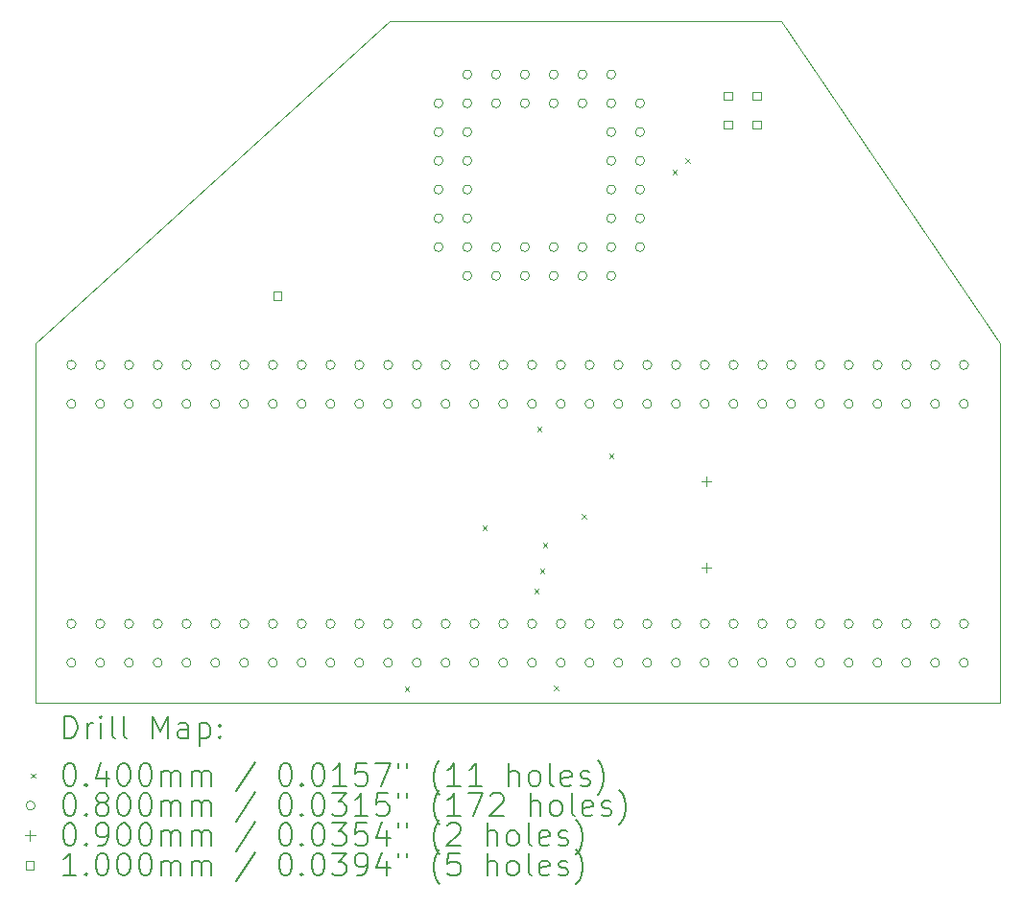
<source format=gbr>
%FSLAX45Y45*%
G04 Gerber Fmt 4.5, Leading zero omitted, Abs format (unit mm)*
G04 Created by KiCad (PCBNEW 6.0.4-6f826c9f35~116~ubuntu18.04.1) date 2022-06-01 21:12:19*
%MOMM*%
%LPD*%
G01*
G04 APERTURE LIST*
%TA.AperFunction,Profile*%
%ADD10C,0.050000*%
%TD*%
%ADD11C,0.200000*%
%ADD12C,0.040000*%
%ADD13C,0.080000*%
%ADD14C,0.090000*%
%ADD15C,0.100000*%
G04 APERTURE END LIST*
D10*
X6807200Y-11684000D02*
X9931400Y-8839200D01*
X13385800Y-8839200D02*
X15316200Y-11684000D01*
X6807200Y-14859000D02*
X6807200Y-11684000D01*
X15316200Y-14859000D02*
X6807200Y-14859000D01*
X9931400Y-8839200D02*
X13385800Y-8839200D01*
X15316200Y-11684000D02*
X15316200Y-14859000D01*
D11*
D12*
X10063800Y-14712000D02*
X10103800Y-14752000D01*
X10103800Y-14712000D02*
X10063800Y-14752000D01*
X10749600Y-13289600D02*
X10789600Y-13329600D01*
X10789600Y-13289600D02*
X10749600Y-13329600D01*
X11206800Y-13848400D02*
X11246800Y-13888400D01*
X11246800Y-13848400D02*
X11206800Y-13888400D01*
X11232200Y-12422351D02*
X11272200Y-12462351D01*
X11272200Y-12422351D02*
X11232200Y-12462351D01*
X11257600Y-13670600D02*
X11297600Y-13710600D01*
X11297600Y-13670600D02*
X11257600Y-13710600D01*
X11283000Y-13442000D02*
X11323000Y-13482000D01*
X11323000Y-13442000D02*
X11283000Y-13482000D01*
X11384170Y-14708302D02*
X11424170Y-14748302D01*
X11424170Y-14708302D02*
X11384170Y-14748302D01*
X11625900Y-13188000D02*
X11665900Y-13228000D01*
X11665900Y-13188000D02*
X11625900Y-13228000D01*
X11867200Y-12654600D02*
X11907200Y-12694600D01*
X11907200Y-12654600D02*
X11867200Y-12694600D01*
X12426000Y-10152700D02*
X12466000Y-10192700D01*
X12466000Y-10152700D02*
X12426000Y-10192700D01*
X12540300Y-10051100D02*
X12580300Y-10091100D01*
X12580300Y-10051100D02*
X12540300Y-10091100D01*
D13*
X7164700Y-11874500D02*
G75*
G03*
X7164700Y-11874500I-40000J0D01*
G01*
X7164700Y-12217400D02*
G75*
G03*
X7164700Y-12217400I-40000J0D01*
G01*
X7164700Y-14160500D02*
G75*
G03*
X7164700Y-14160500I-40000J0D01*
G01*
X7164700Y-14503400D02*
G75*
G03*
X7164700Y-14503400I-40000J0D01*
G01*
X7418700Y-11874500D02*
G75*
G03*
X7418700Y-11874500I-40000J0D01*
G01*
X7418700Y-12217400D02*
G75*
G03*
X7418700Y-12217400I-40000J0D01*
G01*
X7418700Y-14160500D02*
G75*
G03*
X7418700Y-14160500I-40000J0D01*
G01*
X7418700Y-14503400D02*
G75*
G03*
X7418700Y-14503400I-40000J0D01*
G01*
X7672700Y-11874500D02*
G75*
G03*
X7672700Y-11874500I-40000J0D01*
G01*
X7672700Y-12217400D02*
G75*
G03*
X7672700Y-12217400I-40000J0D01*
G01*
X7672700Y-14160500D02*
G75*
G03*
X7672700Y-14160500I-40000J0D01*
G01*
X7672700Y-14503400D02*
G75*
G03*
X7672700Y-14503400I-40000J0D01*
G01*
X7926700Y-11874500D02*
G75*
G03*
X7926700Y-11874500I-40000J0D01*
G01*
X7926700Y-12217400D02*
G75*
G03*
X7926700Y-12217400I-40000J0D01*
G01*
X7926700Y-14160500D02*
G75*
G03*
X7926700Y-14160500I-40000J0D01*
G01*
X7926700Y-14503400D02*
G75*
G03*
X7926700Y-14503400I-40000J0D01*
G01*
X8180700Y-11874500D02*
G75*
G03*
X8180700Y-11874500I-40000J0D01*
G01*
X8180700Y-12217400D02*
G75*
G03*
X8180700Y-12217400I-40000J0D01*
G01*
X8180700Y-14160500D02*
G75*
G03*
X8180700Y-14160500I-40000J0D01*
G01*
X8180700Y-14503400D02*
G75*
G03*
X8180700Y-14503400I-40000J0D01*
G01*
X8434700Y-11874500D02*
G75*
G03*
X8434700Y-11874500I-40000J0D01*
G01*
X8434700Y-12217400D02*
G75*
G03*
X8434700Y-12217400I-40000J0D01*
G01*
X8434700Y-14160500D02*
G75*
G03*
X8434700Y-14160500I-40000J0D01*
G01*
X8434700Y-14503400D02*
G75*
G03*
X8434700Y-14503400I-40000J0D01*
G01*
X8688700Y-11874500D02*
G75*
G03*
X8688700Y-11874500I-40000J0D01*
G01*
X8688700Y-12217400D02*
G75*
G03*
X8688700Y-12217400I-40000J0D01*
G01*
X8688700Y-14160500D02*
G75*
G03*
X8688700Y-14160500I-40000J0D01*
G01*
X8688700Y-14503400D02*
G75*
G03*
X8688700Y-14503400I-40000J0D01*
G01*
X8942700Y-11874500D02*
G75*
G03*
X8942700Y-11874500I-40000J0D01*
G01*
X8942700Y-12217400D02*
G75*
G03*
X8942700Y-12217400I-40000J0D01*
G01*
X8942700Y-14160500D02*
G75*
G03*
X8942700Y-14160500I-40000J0D01*
G01*
X8942700Y-14503400D02*
G75*
G03*
X8942700Y-14503400I-40000J0D01*
G01*
X9196700Y-11874500D02*
G75*
G03*
X9196700Y-11874500I-40000J0D01*
G01*
X9196700Y-12217400D02*
G75*
G03*
X9196700Y-12217400I-40000J0D01*
G01*
X9196700Y-14160500D02*
G75*
G03*
X9196700Y-14160500I-40000J0D01*
G01*
X9196700Y-14503400D02*
G75*
G03*
X9196700Y-14503400I-40000J0D01*
G01*
X9450700Y-11874500D02*
G75*
G03*
X9450700Y-11874500I-40000J0D01*
G01*
X9450700Y-12217400D02*
G75*
G03*
X9450700Y-12217400I-40000J0D01*
G01*
X9450700Y-14160500D02*
G75*
G03*
X9450700Y-14160500I-40000J0D01*
G01*
X9450700Y-14503400D02*
G75*
G03*
X9450700Y-14503400I-40000J0D01*
G01*
X9704700Y-11874500D02*
G75*
G03*
X9704700Y-11874500I-40000J0D01*
G01*
X9704700Y-12217400D02*
G75*
G03*
X9704700Y-12217400I-40000J0D01*
G01*
X9704700Y-14160500D02*
G75*
G03*
X9704700Y-14160500I-40000J0D01*
G01*
X9704700Y-14503400D02*
G75*
G03*
X9704700Y-14503400I-40000J0D01*
G01*
X9958700Y-11874500D02*
G75*
G03*
X9958700Y-11874500I-40000J0D01*
G01*
X9958700Y-12217400D02*
G75*
G03*
X9958700Y-12217400I-40000J0D01*
G01*
X9958700Y-14160500D02*
G75*
G03*
X9958700Y-14160500I-40000J0D01*
G01*
X9958700Y-14503400D02*
G75*
G03*
X9958700Y-14503400I-40000J0D01*
G01*
X10212700Y-11874500D02*
G75*
G03*
X10212700Y-11874500I-40000J0D01*
G01*
X10212700Y-12217400D02*
G75*
G03*
X10212700Y-12217400I-40000J0D01*
G01*
X10212700Y-14160500D02*
G75*
G03*
X10212700Y-14160500I-40000J0D01*
G01*
X10212700Y-14503400D02*
G75*
G03*
X10212700Y-14503400I-40000J0D01*
G01*
X10403200Y-9563100D02*
G75*
G03*
X10403200Y-9563100I-40000J0D01*
G01*
X10403200Y-9817100D02*
G75*
G03*
X10403200Y-9817100I-40000J0D01*
G01*
X10403200Y-10071100D02*
G75*
G03*
X10403200Y-10071100I-40000J0D01*
G01*
X10403200Y-10325100D02*
G75*
G03*
X10403200Y-10325100I-40000J0D01*
G01*
X10403200Y-10579100D02*
G75*
G03*
X10403200Y-10579100I-40000J0D01*
G01*
X10403200Y-10833100D02*
G75*
G03*
X10403200Y-10833100I-40000J0D01*
G01*
X10466700Y-11874500D02*
G75*
G03*
X10466700Y-11874500I-40000J0D01*
G01*
X10466700Y-12217400D02*
G75*
G03*
X10466700Y-12217400I-40000J0D01*
G01*
X10466700Y-14160500D02*
G75*
G03*
X10466700Y-14160500I-40000J0D01*
G01*
X10466700Y-14503400D02*
G75*
G03*
X10466700Y-14503400I-40000J0D01*
G01*
X10657200Y-9309100D02*
G75*
G03*
X10657200Y-9309100I-40000J0D01*
G01*
X10657200Y-9563100D02*
G75*
G03*
X10657200Y-9563100I-40000J0D01*
G01*
X10657200Y-9817100D02*
G75*
G03*
X10657200Y-9817100I-40000J0D01*
G01*
X10657200Y-10071100D02*
G75*
G03*
X10657200Y-10071100I-40000J0D01*
G01*
X10657200Y-10325100D02*
G75*
G03*
X10657200Y-10325100I-40000J0D01*
G01*
X10657200Y-10579100D02*
G75*
G03*
X10657200Y-10579100I-40000J0D01*
G01*
X10657200Y-10833100D02*
G75*
G03*
X10657200Y-10833100I-40000J0D01*
G01*
X10657200Y-11087100D02*
G75*
G03*
X10657200Y-11087100I-40000J0D01*
G01*
X10720700Y-11874500D02*
G75*
G03*
X10720700Y-11874500I-40000J0D01*
G01*
X10720700Y-12217400D02*
G75*
G03*
X10720700Y-12217400I-40000J0D01*
G01*
X10720700Y-14160500D02*
G75*
G03*
X10720700Y-14160500I-40000J0D01*
G01*
X10720700Y-14503400D02*
G75*
G03*
X10720700Y-14503400I-40000J0D01*
G01*
X10911200Y-9309100D02*
G75*
G03*
X10911200Y-9309100I-40000J0D01*
G01*
X10911200Y-9563100D02*
G75*
G03*
X10911200Y-9563100I-40000J0D01*
G01*
X10911200Y-10833100D02*
G75*
G03*
X10911200Y-10833100I-40000J0D01*
G01*
X10911200Y-11087100D02*
G75*
G03*
X10911200Y-11087100I-40000J0D01*
G01*
X10974700Y-11874500D02*
G75*
G03*
X10974700Y-11874500I-40000J0D01*
G01*
X10974700Y-12217400D02*
G75*
G03*
X10974700Y-12217400I-40000J0D01*
G01*
X10974700Y-14160500D02*
G75*
G03*
X10974700Y-14160500I-40000J0D01*
G01*
X10974700Y-14503400D02*
G75*
G03*
X10974700Y-14503400I-40000J0D01*
G01*
X11165200Y-9309100D02*
G75*
G03*
X11165200Y-9309100I-40000J0D01*
G01*
X11165200Y-9563100D02*
G75*
G03*
X11165200Y-9563100I-40000J0D01*
G01*
X11165200Y-10833100D02*
G75*
G03*
X11165200Y-10833100I-40000J0D01*
G01*
X11165200Y-11087100D02*
G75*
G03*
X11165200Y-11087100I-40000J0D01*
G01*
X11228700Y-11874500D02*
G75*
G03*
X11228700Y-11874500I-40000J0D01*
G01*
X11228700Y-12217400D02*
G75*
G03*
X11228700Y-12217400I-40000J0D01*
G01*
X11228700Y-14160500D02*
G75*
G03*
X11228700Y-14160500I-40000J0D01*
G01*
X11228700Y-14503400D02*
G75*
G03*
X11228700Y-14503400I-40000J0D01*
G01*
X11419200Y-9309100D02*
G75*
G03*
X11419200Y-9309100I-40000J0D01*
G01*
X11419200Y-9563100D02*
G75*
G03*
X11419200Y-9563100I-40000J0D01*
G01*
X11419200Y-10833100D02*
G75*
G03*
X11419200Y-10833100I-40000J0D01*
G01*
X11419200Y-11087100D02*
G75*
G03*
X11419200Y-11087100I-40000J0D01*
G01*
X11482700Y-11874500D02*
G75*
G03*
X11482700Y-11874500I-40000J0D01*
G01*
X11482700Y-12217400D02*
G75*
G03*
X11482700Y-12217400I-40000J0D01*
G01*
X11482700Y-14160500D02*
G75*
G03*
X11482700Y-14160500I-40000J0D01*
G01*
X11482700Y-14503400D02*
G75*
G03*
X11482700Y-14503400I-40000J0D01*
G01*
X11673200Y-9309100D02*
G75*
G03*
X11673200Y-9309100I-40000J0D01*
G01*
X11673200Y-9563100D02*
G75*
G03*
X11673200Y-9563100I-40000J0D01*
G01*
X11673200Y-10833100D02*
G75*
G03*
X11673200Y-10833100I-40000J0D01*
G01*
X11673200Y-11087100D02*
G75*
G03*
X11673200Y-11087100I-40000J0D01*
G01*
X11736700Y-11874500D02*
G75*
G03*
X11736700Y-11874500I-40000J0D01*
G01*
X11736700Y-12217400D02*
G75*
G03*
X11736700Y-12217400I-40000J0D01*
G01*
X11736700Y-14160500D02*
G75*
G03*
X11736700Y-14160500I-40000J0D01*
G01*
X11736700Y-14503400D02*
G75*
G03*
X11736700Y-14503400I-40000J0D01*
G01*
X11927200Y-9309100D02*
G75*
G03*
X11927200Y-9309100I-40000J0D01*
G01*
X11927200Y-9563100D02*
G75*
G03*
X11927200Y-9563100I-40000J0D01*
G01*
X11927200Y-9817100D02*
G75*
G03*
X11927200Y-9817100I-40000J0D01*
G01*
X11927200Y-10071100D02*
G75*
G03*
X11927200Y-10071100I-40000J0D01*
G01*
X11927200Y-10325100D02*
G75*
G03*
X11927200Y-10325100I-40000J0D01*
G01*
X11927200Y-10579100D02*
G75*
G03*
X11927200Y-10579100I-40000J0D01*
G01*
X11927200Y-10833100D02*
G75*
G03*
X11927200Y-10833100I-40000J0D01*
G01*
X11927200Y-11087100D02*
G75*
G03*
X11927200Y-11087100I-40000J0D01*
G01*
X11990700Y-11874500D02*
G75*
G03*
X11990700Y-11874500I-40000J0D01*
G01*
X11990700Y-12217400D02*
G75*
G03*
X11990700Y-12217400I-40000J0D01*
G01*
X11990700Y-14160500D02*
G75*
G03*
X11990700Y-14160500I-40000J0D01*
G01*
X11990700Y-14503400D02*
G75*
G03*
X11990700Y-14503400I-40000J0D01*
G01*
X12181200Y-9563100D02*
G75*
G03*
X12181200Y-9563100I-40000J0D01*
G01*
X12181200Y-9817100D02*
G75*
G03*
X12181200Y-9817100I-40000J0D01*
G01*
X12181200Y-10071100D02*
G75*
G03*
X12181200Y-10071100I-40000J0D01*
G01*
X12181200Y-10325100D02*
G75*
G03*
X12181200Y-10325100I-40000J0D01*
G01*
X12181200Y-10579100D02*
G75*
G03*
X12181200Y-10579100I-40000J0D01*
G01*
X12181200Y-10833100D02*
G75*
G03*
X12181200Y-10833100I-40000J0D01*
G01*
X12244700Y-11874500D02*
G75*
G03*
X12244700Y-11874500I-40000J0D01*
G01*
X12244700Y-12217400D02*
G75*
G03*
X12244700Y-12217400I-40000J0D01*
G01*
X12244700Y-14160500D02*
G75*
G03*
X12244700Y-14160500I-40000J0D01*
G01*
X12244700Y-14503400D02*
G75*
G03*
X12244700Y-14503400I-40000J0D01*
G01*
X12498700Y-11874500D02*
G75*
G03*
X12498700Y-11874500I-40000J0D01*
G01*
X12498700Y-12217400D02*
G75*
G03*
X12498700Y-12217400I-40000J0D01*
G01*
X12498700Y-14160500D02*
G75*
G03*
X12498700Y-14160500I-40000J0D01*
G01*
X12498700Y-14503400D02*
G75*
G03*
X12498700Y-14503400I-40000J0D01*
G01*
X12752700Y-11874500D02*
G75*
G03*
X12752700Y-11874500I-40000J0D01*
G01*
X12752700Y-12217400D02*
G75*
G03*
X12752700Y-12217400I-40000J0D01*
G01*
X12752700Y-14160500D02*
G75*
G03*
X12752700Y-14160500I-40000J0D01*
G01*
X12752700Y-14503400D02*
G75*
G03*
X12752700Y-14503400I-40000J0D01*
G01*
X13006700Y-11874500D02*
G75*
G03*
X13006700Y-11874500I-40000J0D01*
G01*
X13006700Y-12217400D02*
G75*
G03*
X13006700Y-12217400I-40000J0D01*
G01*
X13006700Y-14160500D02*
G75*
G03*
X13006700Y-14160500I-40000J0D01*
G01*
X13006700Y-14503400D02*
G75*
G03*
X13006700Y-14503400I-40000J0D01*
G01*
X13260700Y-11874500D02*
G75*
G03*
X13260700Y-11874500I-40000J0D01*
G01*
X13260700Y-12217400D02*
G75*
G03*
X13260700Y-12217400I-40000J0D01*
G01*
X13260700Y-14160500D02*
G75*
G03*
X13260700Y-14160500I-40000J0D01*
G01*
X13260700Y-14503400D02*
G75*
G03*
X13260700Y-14503400I-40000J0D01*
G01*
X13514700Y-11874500D02*
G75*
G03*
X13514700Y-11874500I-40000J0D01*
G01*
X13514700Y-12217400D02*
G75*
G03*
X13514700Y-12217400I-40000J0D01*
G01*
X13514700Y-14160500D02*
G75*
G03*
X13514700Y-14160500I-40000J0D01*
G01*
X13514700Y-14503400D02*
G75*
G03*
X13514700Y-14503400I-40000J0D01*
G01*
X13768700Y-11874500D02*
G75*
G03*
X13768700Y-11874500I-40000J0D01*
G01*
X13768700Y-12217400D02*
G75*
G03*
X13768700Y-12217400I-40000J0D01*
G01*
X13768700Y-14160500D02*
G75*
G03*
X13768700Y-14160500I-40000J0D01*
G01*
X13768700Y-14503400D02*
G75*
G03*
X13768700Y-14503400I-40000J0D01*
G01*
X14022700Y-11874500D02*
G75*
G03*
X14022700Y-11874500I-40000J0D01*
G01*
X14022700Y-12217400D02*
G75*
G03*
X14022700Y-12217400I-40000J0D01*
G01*
X14022700Y-14160500D02*
G75*
G03*
X14022700Y-14160500I-40000J0D01*
G01*
X14022700Y-14503400D02*
G75*
G03*
X14022700Y-14503400I-40000J0D01*
G01*
X14276700Y-11874500D02*
G75*
G03*
X14276700Y-11874500I-40000J0D01*
G01*
X14276700Y-12217400D02*
G75*
G03*
X14276700Y-12217400I-40000J0D01*
G01*
X14276700Y-14160500D02*
G75*
G03*
X14276700Y-14160500I-40000J0D01*
G01*
X14276700Y-14503400D02*
G75*
G03*
X14276700Y-14503400I-40000J0D01*
G01*
X14530700Y-11874500D02*
G75*
G03*
X14530700Y-11874500I-40000J0D01*
G01*
X14530700Y-12217400D02*
G75*
G03*
X14530700Y-12217400I-40000J0D01*
G01*
X14530700Y-14160500D02*
G75*
G03*
X14530700Y-14160500I-40000J0D01*
G01*
X14530700Y-14503400D02*
G75*
G03*
X14530700Y-14503400I-40000J0D01*
G01*
X14784700Y-11874500D02*
G75*
G03*
X14784700Y-11874500I-40000J0D01*
G01*
X14784700Y-12217400D02*
G75*
G03*
X14784700Y-12217400I-40000J0D01*
G01*
X14784700Y-14160500D02*
G75*
G03*
X14784700Y-14160500I-40000J0D01*
G01*
X14784700Y-14503400D02*
G75*
G03*
X14784700Y-14503400I-40000J0D01*
G01*
X15038700Y-11874500D02*
G75*
G03*
X15038700Y-11874500I-40000J0D01*
G01*
X15038700Y-12217400D02*
G75*
G03*
X15038700Y-12217400I-40000J0D01*
G01*
X15038700Y-14160500D02*
G75*
G03*
X15038700Y-14160500I-40000J0D01*
G01*
X15038700Y-14503400D02*
G75*
G03*
X15038700Y-14503400I-40000J0D01*
G01*
D14*
X12725400Y-12858200D02*
X12725400Y-12948200D01*
X12680400Y-12903200D02*
X12770400Y-12903200D01*
X12725400Y-13620200D02*
X12725400Y-13710200D01*
X12680400Y-13665200D02*
X12770400Y-13665200D01*
D15*
X8976156Y-11300256D02*
X8976156Y-11229544D01*
X8905444Y-11229544D01*
X8905444Y-11300256D01*
X8976156Y-11300256D01*
X12951256Y-9534956D02*
X12951256Y-9464244D01*
X12880544Y-9464244D01*
X12880544Y-9534956D01*
X12951256Y-9534956D01*
X12951256Y-9788956D02*
X12951256Y-9718244D01*
X12880544Y-9718244D01*
X12880544Y-9788956D01*
X12951256Y-9788956D01*
X13205256Y-9534956D02*
X13205256Y-9464244D01*
X13134544Y-9464244D01*
X13134544Y-9534956D01*
X13205256Y-9534956D01*
X13205256Y-9788956D02*
X13205256Y-9718244D01*
X13134544Y-9718244D01*
X13134544Y-9788956D01*
X13205256Y-9788956D01*
D11*
X7062319Y-15171976D02*
X7062319Y-14971976D01*
X7109938Y-14971976D01*
X7138509Y-14981500D01*
X7157557Y-15000548D01*
X7167081Y-15019595D01*
X7176605Y-15057690D01*
X7176605Y-15086262D01*
X7167081Y-15124357D01*
X7157557Y-15143405D01*
X7138509Y-15162452D01*
X7109938Y-15171976D01*
X7062319Y-15171976D01*
X7262319Y-15171976D02*
X7262319Y-15038643D01*
X7262319Y-15076738D02*
X7271843Y-15057690D01*
X7281367Y-15048167D01*
X7300414Y-15038643D01*
X7319462Y-15038643D01*
X7386128Y-15171976D02*
X7386128Y-15038643D01*
X7386128Y-14971976D02*
X7376605Y-14981500D01*
X7386128Y-14991024D01*
X7395652Y-14981500D01*
X7386128Y-14971976D01*
X7386128Y-14991024D01*
X7509938Y-15171976D02*
X7490890Y-15162452D01*
X7481367Y-15143405D01*
X7481367Y-14971976D01*
X7614700Y-15171976D02*
X7595652Y-15162452D01*
X7586128Y-15143405D01*
X7586128Y-14971976D01*
X7843271Y-15171976D02*
X7843271Y-14971976D01*
X7909938Y-15114833D01*
X7976605Y-14971976D01*
X7976605Y-15171976D01*
X8157557Y-15171976D02*
X8157557Y-15067214D01*
X8148033Y-15048167D01*
X8128986Y-15038643D01*
X8090890Y-15038643D01*
X8071843Y-15048167D01*
X8157557Y-15162452D02*
X8138509Y-15171976D01*
X8090890Y-15171976D01*
X8071843Y-15162452D01*
X8062319Y-15143405D01*
X8062319Y-15124357D01*
X8071843Y-15105309D01*
X8090890Y-15095786D01*
X8138509Y-15095786D01*
X8157557Y-15086262D01*
X8252795Y-15038643D02*
X8252795Y-15238643D01*
X8252795Y-15048167D02*
X8271843Y-15038643D01*
X8309938Y-15038643D01*
X8328986Y-15048167D01*
X8338509Y-15057690D01*
X8348033Y-15076738D01*
X8348033Y-15133881D01*
X8338509Y-15152928D01*
X8328986Y-15162452D01*
X8309938Y-15171976D01*
X8271843Y-15171976D01*
X8252795Y-15162452D01*
X8433748Y-15152928D02*
X8443271Y-15162452D01*
X8433748Y-15171976D01*
X8424224Y-15162452D01*
X8433748Y-15152928D01*
X8433748Y-15171976D01*
X8433748Y-15048167D02*
X8443271Y-15057690D01*
X8433748Y-15067214D01*
X8424224Y-15057690D01*
X8433748Y-15048167D01*
X8433748Y-15067214D01*
D12*
X6764700Y-15481500D02*
X6804700Y-15521500D01*
X6804700Y-15481500D02*
X6764700Y-15521500D01*
D11*
X7100414Y-15391976D02*
X7119462Y-15391976D01*
X7138509Y-15401500D01*
X7148033Y-15411024D01*
X7157557Y-15430071D01*
X7167081Y-15468167D01*
X7167081Y-15515786D01*
X7157557Y-15553881D01*
X7148033Y-15572928D01*
X7138509Y-15582452D01*
X7119462Y-15591976D01*
X7100414Y-15591976D01*
X7081367Y-15582452D01*
X7071843Y-15572928D01*
X7062319Y-15553881D01*
X7052795Y-15515786D01*
X7052795Y-15468167D01*
X7062319Y-15430071D01*
X7071843Y-15411024D01*
X7081367Y-15401500D01*
X7100414Y-15391976D01*
X7252795Y-15572928D02*
X7262319Y-15582452D01*
X7252795Y-15591976D01*
X7243271Y-15582452D01*
X7252795Y-15572928D01*
X7252795Y-15591976D01*
X7433748Y-15458643D02*
X7433748Y-15591976D01*
X7386128Y-15382452D02*
X7338509Y-15525309D01*
X7462319Y-15525309D01*
X7576605Y-15391976D02*
X7595652Y-15391976D01*
X7614700Y-15401500D01*
X7624224Y-15411024D01*
X7633748Y-15430071D01*
X7643271Y-15468167D01*
X7643271Y-15515786D01*
X7633748Y-15553881D01*
X7624224Y-15572928D01*
X7614700Y-15582452D01*
X7595652Y-15591976D01*
X7576605Y-15591976D01*
X7557557Y-15582452D01*
X7548033Y-15572928D01*
X7538509Y-15553881D01*
X7528986Y-15515786D01*
X7528986Y-15468167D01*
X7538509Y-15430071D01*
X7548033Y-15411024D01*
X7557557Y-15401500D01*
X7576605Y-15391976D01*
X7767081Y-15391976D02*
X7786128Y-15391976D01*
X7805176Y-15401500D01*
X7814700Y-15411024D01*
X7824224Y-15430071D01*
X7833748Y-15468167D01*
X7833748Y-15515786D01*
X7824224Y-15553881D01*
X7814700Y-15572928D01*
X7805176Y-15582452D01*
X7786128Y-15591976D01*
X7767081Y-15591976D01*
X7748033Y-15582452D01*
X7738509Y-15572928D01*
X7728986Y-15553881D01*
X7719462Y-15515786D01*
X7719462Y-15468167D01*
X7728986Y-15430071D01*
X7738509Y-15411024D01*
X7748033Y-15401500D01*
X7767081Y-15391976D01*
X7919462Y-15591976D02*
X7919462Y-15458643D01*
X7919462Y-15477690D02*
X7928986Y-15468167D01*
X7948033Y-15458643D01*
X7976605Y-15458643D01*
X7995652Y-15468167D01*
X8005176Y-15487214D01*
X8005176Y-15591976D01*
X8005176Y-15487214D02*
X8014700Y-15468167D01*
X8033748Y-15458643D01*
X8062319Y-15458643D01*
X8081367Y-15468167D01*
X8090890Y-15487214D01*
X8090890Y-15591976D01*
X8186128Y-15591976D02*
X8186128Y-15458643D01*
X8186128Y-15477690D02*
X8195652Y-15468167D01*
X8214700Y-15458643D01*
X8243271Y-15458643D01*
X8262319Y-15468167D01*
X8271843Y-15487214D01*
X8271843Y-15591976D01*
X8271843Y-15487214D02*
X8281367Y-15468167D01*
X8300414Y-15458643D01*
X8328986Y-15458643D01*
X8348033Y-15468167D01*
X8357557Y-15487214D01*
X8357557Y-15591976D01*
X8748033Y-15382452D02*
X8576605Y-15639595D01*
X9005176Y-15391976D02*
X9024224Y-15391976D01*
X9043271Y-15401500D01*
X9052795Y-15411024D01*
X9062319Y-15430071D01*
X9071843Y-15468167D01*
X9071843Y-15515786D01*
X9062319Y-15553881D01*
X9052795Y-15572928D01*
X9043271Y-15582452D01*
X9024224Y-15591976D01*
X9005176Y-15591976D01*
X8986129Y-15582452D01*
X8976605Y-15572928D01*
X8967081Y-15553881D01*
X8957557Y-15515786D01*
X8957557Y-15468167D01*
X8967081Y-15430071D01*
X8976605Y-15411024D01*
X8986129Y-15401500D01*
X9005176Y-15391976D01*
X9157557Y-15572928D02*
X9167081Y-15582452D01*
X9157557Y-15591976D01*
X9148033Y-15582452D01*
X9157557Y-15572928D01*
X9157557Y-15591976D01*
X9290890Y-15391976D02*
X9309938Y-15391976D01*
X9328986Y-15401500D01*
X9338510Y-15411024D01*
X9348033Y-15430071D01*
X9357557Y-15468167D01*
X9357557Y-15515786D01*
X9348033Y-15553881D01*
X9338510Y-15572928D01*
X9328986Y-15582452D01*
X9309938Y-15591976D01*
X9290890Y-15591976D01*
X9271843Y-15582452D01*
X9262319Y-15572928D01*
X9252795Y-15553881D01*
X9243271Y-15515786D01*
X9243271Y-15468167D01*
X9252795Y-15430071D01*
X9262319Y-15411024D01*
X9271843Y-15401500D01*
X9290890Y-15391976D01*
X9548033Y-15591976D02*
X9433748Y-15591976D01*
X9490890Y-15591976D02*
X9490890Y-15391976D01*
X9471843Y-15420548D01*
X9452795Y-15439595D01*
X9433748Y-15449119D01*
X9728986Y-15391976D02*
X9633748Y-15391976D01*
X9624224Y-15487214D01*
X9633748Y-15477690D01*
X9652795Y-15468167D01*
X9700414Y-15468167D01*
X9719462Y-15477690D01*
X9728986Y-15487214D01*
X9738510Y-15506262D01*
X9738510Y-15553881D01*
X9728986Y-15572928D01*
X9719462Y-15582452D01*
X9700414Y-15591976D01*
X9652795Y-15591976D01*
X9633748Y-15582452D01*
X9624224Y-15572928D01*
X9805176Y-15391976D02*
X9938510Y-15391976D01*
X9852795Y-15591976D01*
X10005176Y-15391976D02*
X10005176Y-15430071D01*
X10081367Y-15391976D02*
X10081367Y-15430071D01*
X10376605Y-15668167D02*
X10367081Y-15658643D01*
X10348033Y-15630071D01*
X10338510Y-15611024D01*
X10328986Y-15582452D01*
X10319462Y-15534833D01*
X10319462Y-15496738D01*
X10328986Y-15449119D01*
X10338510Y-15420548D01*
X10348033Y-15401500D01*
X10367081Y-15372928D01*
X10376605Y-15363405D01*
X10557557Y-15591976D02*
X10443271Y-15591976D01*
X10500414Y-15591976D02*
X10500414Y-15391976D01*
X10481367Y-15420548D01*
X10462319Y-15439595D01*
X10443271Y-15449119D01*
X10748033Y-15591976D02*
X10633748Y-15591976D01*
X10690890Y-15591976D02*
X10690890Y-15391976D01*
X10671843Y-15420548D01*
X10652795Y-15439595D01*
X10633748Y-15449119D01*
X10986129Y-15591976D02*
X10986129Y-15391976D01*
X11071843Y-15591976D02*
X11071843Y-15487214D01*
X11062319Y-15468167D01*
X11043271Y-15458643D01*
X11014700Y-15458643D01*
X10995652Y-15468167D01*
X10986129Y-15477690D01*
X11195652Y-15591976D02*
X11176605Y-15582452D01*
X11167081Y-15572928D01*
X11157557Y-15553881D01*
X11157557Y-15496738D01*
X11167081Y-15477690D01*
X11176605Y-15468167D01*
X11195652Y-15458643D01*
X11224224Y-15458643D01*
X11243271Y-15468167D01*
X11252795Y-15477690D01*
X11262319Y-15496738D01*
X11262319Y-15553881D01*
X11252795Y-15572928D01*
X11243271Y-15582452D01*
X11224224Y-15591976D01*
X11195652Y-15591976D01*
X11376605Y-15591976D02*
X11357557Y-15582452D01*
X11348033Y-15563405D01*
X11348033Y-15391976D01*
X11528986Y-15582452D02*
X11509938Y-15591976D01*
X11471843Y-15591976D01*
X11452795Y-15582452D01*
X11443271Y-15563405D01*
X11443271Y-15487214D01*
X11452795Y-15468167D01*
X11471843Y-15458643D01*
X11509938Y-15458643D01*
X11528986Y-15468167D01*
X11538509Y-15487214D01*
X11538509Y-15506262D01*
X11443271Y-15525309D01*
X11614700Y-15582452D02*
X11633748Y-15591976D01*
X11671843Y-15591976D01*
X11690890Y-15582452D01*
X11700414Y-15563405D01*
X11700414Y-15553881D01*
X11690890Y-15534833D01*
X11671843Y-15525309D01*
X11643271Y-15525309D01*
X11624224Y-15515786D01*
X11614700Y-15496738D01*
X11614700Y-15487214D01*
X11624224Y-15468167D01*
X11643271Y-15458643D01*
X11671843Y-15458643D01*
X11690890Y-15468167D01*
X11767081Y-15668167D02*
X11776605Y-15658643D01*
X11795652Y-15630071D01*
X11805176Y-15611024D01*
X11814700Y-15582452D01*
X11824224Y-15534833D01*
X11824224Y-15496738D01*
X11814700Y-15449119D01*
X11805176Y-15420548D01*
X11795652Y-15401500D01*
X11776605Y-15372928D01*
X11767081Y-15363405D01*
D13*
X6804700Y-15765500D02*
G75*
G03*
X6804700Y-15765500I-40000J0D01*
G01*
D11*
X7100414Y-15655976D02*
X7119462Y-15655976D01*
X7138509Y-15665500D01*
X7148033Y-15675024D01*
X7157557Y-15694071D01*
X7167081Y-15732167D01*
X7167081Y-15779786D01*
X7157557Y-15817881D01*
X7148033Y-15836928D01*
X7138509Y-15846452D01*
X7119462Y-15855976D01*
X7100414Y-15855976D01*
X7081367Y-15846452D01*
X7071843Y-15836928D01*
X7062319Y-15817881D01*
X7052795Y-15779786D01*
X7052795Y-15732167D01*
X7062319Y-15694071D01*
X7071843Y-15675024D01*
X7081367Y-15665500D01*
X7100414Y-15655976D01*
X7252795Y-15836928D02*
X7262319Y-15846452D01*
X7252795Y-15855976D01*
X7243271Y-15846452D01*
X7252795Y-15836928D01*
X7252795Y-15855976D01*
X7376605Y-15741690D02*
X7357557Y-15732167D01*
X7348033Y-15722643D01*
X7338509Y-15703595D01*
X7338509Y-15694071D01*
X7348033Y-15675024D01*
X7357557Y-15665500D01*
X7376605Y-15655976D01*
X7414700Y-15655976D01*
X7433748Y-15665500D01*
X7443271Y-15675024D01*
X7452795Y-15694071D01*
X7452795Y-15703595D01*
X7443271Y-15722643D01*
X7433748Y-15732167D01*
X7414700Y-15741690D01*
X7376605Y-15741690D01*
X7357557Y-15751214D01*
X7348033Y-15760738D01*
X7338509Y-15779786D01*
X7338509Y-15817881D01*
X7348033Y-15836928D01*
X7357557Y-15846452D01*
X7376605Y-15855976D01*
X7414700Y-15855976D01*
X7433748Y-15846452D01*
X7443271Y-15836928D01*
X7452795Y-15817881D01*
X7452795Y-15779786D01*
X7443271Y-15760738D01*
X7433748Y-15751214D01*
X7414700Y-15741690D01*
X7576605Y-15655976D02*
X7595652Y-15655976D01*
X7614700Y-15665500D01*
X7624224Y-15675024D01*
X7633748Y-15694071D01*
X7643271Y-15732167D01*
X7643271Y-15779786D01*
X7633748Y-15817881D01*
X7624224Y-15836928D01*
X7614700Y-15846452D01*
X7595652Y-15855976D01*
X7576605Y-15855976D01*
X7557557Y-15846452D01*
X7548033Y-15836928D01*
X7538509Y-15817881D01*
X7528986Y-15779786D01*
X7528986Y-15732167D01*
X7538509Y-15694071D01*
X7548033Y-15675024D01*
X7557557Y-15665500D01*
X7576605Y-15655976D01*
X7767081Y-15655976D02*
X7786128Y-15655976D01*
X7805176Y-15665500D01*
X7814700Y-15675024D01*
X7824224Y-15694071D01*
X7833748Y-15732167D01*
X7833748Y-15779786D01*
X7824224Y-15817881D01*
X7814700Y-15836928D01*
X7805176Y-15846452D01*
X7786128Y-15855976D01*
X7767081Y-15855976D01*
X7748033Y-15846452D01*
X7738509Y-15836928D01*
X7728986Y-15817881D01*
X7719462Y-15779786D01*
X7719462Y-15732167D01*
X7728986Y-15694071D01*
X7738509Y-15675024D01*
X7748033Y-15665500D01*
X7767081Y-15655976D01*
X7919462Y-15855976D02*
X7919462Y-15722643D01*
X7919462Y-15741690D02*
X7928986Y-15732167D01*
X7948033Y-15722643D01*
X7976605Y-15722643D01*
X7995652Y-15732167D01*
X8005176Y-15751214D01*
X8005176Y-15855976D01*
X8005176Y-15751214D02*
X8014700Y-15732167D01*
X8033748Y-15722643D01*
X8062319Y-15722643D01*
X8081367Y-15732167D01*
X8090890Y-15751214D01*
X8090890Y-15855976D01*
X8186128Y-15855976D02*
X8186128Y-15722643D01*
X8186128Y-15741690D02*
X8195652Y-15732167D01*
X8214700Y-15722643D01*
X8243271Y-15722643D01*
X8262319Y-15732167D01*
X8271843Y-15751214D01*
X8271843Y-15855976D01*
X8271843Y-15751214D02*
X8281367Y-15732167D01*
X8300414Y-15722643D01*
X8328986Y-15722643D01*
X8348033Y-15732167D01*
X8357557Y-15751214D01*
X8357557Y-15855976D01*
X8748033Y-15646452D02*
X8576605Y-15903595D01*
X9005176Y-15655976D02*
X9024224Y-15655976D01*
X9043271Y-15665500D01*
X9052795Y-15675024D01*
X9062319Y-15694071D01*
X9071843Y-15732167D01*
X9071843Y-15779786D01*
X9062319Y-15817881D01*
X9052795Y-15836928D01*
X9043271Y-15846452D01*
X9024224Y-15855976D01*
X9005176Y-15855976D01*
X8986129Y-15846452D01*
X8976605Y-15836928D01*
X8967081Y-15817881D01*
X8957557Y-15779786D01*
X8957557Y-15732167D01*
X8967081Y-15694071D01*
X8976605Y-15675024D01*
X8986129Y-15665500D01*
X9005176Y-15655976D01*
X9157557Y-15836928D02*
X9167081Y-15846452D01*
X9157557Y-15855976D01*
X9148033Y-15846452D01*
X9157557Y-15836928D01*
X9157557Y-15855976D01*
X9290890Y-15655976D02*
X9309938Y-15655976D01*
X9328986Y-15665500D01*
X9338510Y-15675024D01*
X9348033Y-15694071D01*
X9357557Y-15732167D01*
X9357557Y-15779786D01*
X9348033Y-15817881D01*
X9338510Y-15836928D01*
X9328986Y-15846452D01*
X9309938Y-15855976D01*
X9290890Y-15855976D01*
X9271843Y-15846452D01*
X9262319Y-15836928D01*
X9252795Y-15817881D01*
X9243271Y-15779786D01*
X9243271Y-15732167D01*
X9252795Y-15694071D01*
X9262319Y-15675024D01*
X9271843Y-15665500D01*
X9290890Y-15655976D01*
X9424224Y-15655976D02*
X9548033Y-15655976D01*
X9481367Y-15732167D01*
X9509938Y-15732167D01*
X9528986Y-15741690D01*
X9538510Y-15751214D01*
X9548033Y-15770262D01*
X9548033Y-15817881D01*
X9538510Y-15836928D01*
X9528986Y-15846452D01*
X9509938Y-15855976D01*
X9452795Y-15855976D01*
X9433748Y-15846452D01*
X9424224Y-15836928D01*
X9738510Y-15855976D02*
X9624224Y-15855976D01*
X9681367Y-15855976D02*
X9681367Y-15655976D01*
X9662319Y-15684548D01*
X9643271Y-15703595D01*
X9624224Y-15713119D01*
X9919462Y-15655976D02*
X9824224Y-15655976D01*
X9814700Y-15751214D01*
X9824224Y-15741690D01*
X9843271Y-15732167D01*
X9890890Y-15732167D01*
X9909938Y-15741690D01*
X9919462Y-15751214D01*
X9928986Y-15770262D01*
X9928986Y-15817881D01*
X9919462Y-15836928D01*
X9909938Y-15846452D01*
X9890890Y-15855976D01*
X9843271Y-15855976D01*
X9824224Y-15846452D01*
X9814700Y-15836928D01*
X10005176Y-15655976D02*
X10005176Y-15694071D01*
X10081367Y-15655976D02*
X10081367Y-15694071D01*
X10376605Y-15932167D02*
X10367081Y-15922643D01*
X10348033Y-15894071D01*
X10338510Y-15875024D01*
X10328986Y-15846452D01*
X10319462Y-15798833D01*
X10319462Y-15760738D01*
X10328986Y-15713119D01*
X10338510Y-15684548D01*
X10348033Y-15665500D01*
X10367081Y-15636928D01*
X10376605Y-15627405D01*
X10557557Y-15855976D02*
X10443271Y-15855976D01*
X10500414Y-15855976D02*
X10500414Y-15655976D01*
X10481367Y-15684548D01*
X10462319Y-15703595D01*
X10443271Y-15713119D01*
X10624224Y-15655976D02*
X10757557Y-15655976D01*
X10671843Y-15855976D01*
X10824224Y-15675024D02*
X10833748Y-15665500D01*
X10852795Y-15655976D01*
X10900414Y-15655976D01*
X10919462Y-15665500D01*
X10928986Y-15675024D01*
X10938510Y-15694071D01*
X10938510Y-15713119D01*
X10928986Y-15741690D01*
X10814700Y-15855976D01*
X10938510Y-15855976D01*
X11176605Y-15855976D02*
X11176605Y-15655976D01*
X11262319Y-15855976D02*
X11262319Y-15751214D01*
X11252795Y-15732167D01*
X11233748Y-15722643D01*
X11205176Y-15722643D01*
X11186128Y-15732167D01*
X11176605Y-15741690D01*
X11386128Y-15855976D02*
X11367081Y-15846452D01*
X11357557Y-15836928D01*
X11348033Y-15817881D01*
X11348033Y-15760738D01*
X11357557Y-15741690D01*
X11367081Y-15732167D01*
X11386128Y-15722643D01*
X11414700Y-15722643D01*
X11433748Y-15732167D01*
X11443271Y-15741690D01*
X11452795Y-15760738D01*
X11452795Y-15817881D01*
X11443271Y-15836928D01*
X11433748Y-15846452D01*
X11414700Y-15855976D01*
X11386128Y-15855976D01*
X11567081Y-15855976D02*
X11548033Y-15846452D01*
X11538509Y-15827405D01*
X11538509Y-15655976D01*
X11719462Y-15846452D02*
X11700414Y-15855976D01*
X11662319Y-15855976D01*
X11643271Y-15846452D01*
X11633748Y-15827405D01*
X11633748Y-15751214D01*
X11643271Y-15732167D01*
X11662319Y-15722643D01*
X11700414Y-15722643D01*
X11719462Y-15732167D01*
X11728986Y-15751214D01*
X11728986Y-15770262D01*
X11633748Y-15789309D01*
X11805176Y-15846452D02*
X11824224Y-15855976D01*
X11862319Y-15855976D01*
X11881367Y-15846452D01*
X11890890Y-15827405D01*
X11890890Y-15817881D01*
X11881367Y-15798833D01*
X11862319Y-15789309D01*
X11833748Y-15789309D01*
X11814700Y-15779786D01*
X11805176Y-15760738D01*
X11805176Y-15751214D01*
X11814700Y-15732167D01*
X11833748Y-15722643D01*
X11862319Y-15722643D01*
X11881367Y-15732167D01*
X11957557Y-15932167D02*
X11967081Y-15922643D01*
X11986128Y-15894071D01*
X11995652Y-15875024D01*
X12005176Y-15846452D01*
X12014700Y-15798833D01*
X12014700Y-15760738D01*
X12005176Y-15713119D01*
X11995652Y-15684548D01*
X11986128Y-15665500D01*
X11967081Y-15636928D01*
X11957557Y-15627405D01*
D14*
X6759700Y-15984500D02*
X6759700Y-16074500D01*
X6714700Y-16029500D02*
X6804700Y-16029500D01*
D11*
X7100414Y-15919976D02*
X7119462Y-15919976D01*
X7138509Y-15929500D01*
X7148033Y-15939024D01*
X7157557Y-15958071D01*
X7167081Y-15996167D01*
X7167081Y-16043786D01*
X7157557Y-16081881D01*
X7148033Y-16100928D01*
X7138509Y-16110452D01*
X7119462Y-16119976D01*
X7100414Y-16119976D01*
X7081367Y-16110452D01*
X7071843Y-16100928D01*
X7062319Y-16081881D01*
X7052795Y-16043786D01*
X7052795Y-15996167D01*
X7062319Y-15958071D01*
X7071843Y-15939024D01*
X7081367Y-15929500D01*
X7100414Y-15919976D01*
X7252795Y-16100928D02*
X7262319Y-16110452D01*
X7252795Y-16119976D01*
X7243271Y-16110452D01*
X7252795Y-16100928D01*
X7252795Y-16119976D01*
X7357557Y-16119976D02*
X7395652Y-16119976D01*
X7414700Y-16110452D01*
X7424224Y-16100928D01*
X7443271Y-16072357D01*
X7452795Y-16034262D01*
X7452795Y-15958071D01*
X7443271Y-15939024D01*
X7433748Y-15929500D01*
X7414700Y-15919976D01*
X7376605Y-15919976D01*
X7357557Y-15929500D01*
X7348033Y-15939024D01*
X7338509Y-15958071D01*
X7338509Y-16005690D01*
X7348033Y-16024738D01*
X7357557Y-16034262D01*
X7376605Y-16043786D01*
X7414700Y-16043786D01*
X7433748Y-16034262D01*
X7443271Y-16024738D01*
X7452795Y-16005690D01*
X7576605Y-15919976D02*
X7595652Y-15919976D01*
X7614700Y-15929500D01*
X7624224Y-15939024D01*
X7633748Y-15958071D01*
X7643271Y-15996167D01*
X7643271Y-16043786D01*
X7633748Y-16081881D01*
X7624224Y-16100928D01*
X7614700Y-16110452D01*
X7595652Y-16119976D01*
X7576605Y-16119976D01*
X7557557Y-16110452D01*
X7548033Y-16100928D01*
X7538509Y-16081881D01*
X7528986Y-16043786D01*
X7528986Y-15996167D01*
X7538509Y-15958071D01*
X7548033Y-15939024D01*
X7557557Y-15929500D01*
X7576605Y-15919976D01*
X7767081Y-15919976D02*
X7786128Y-15919976D01*
X7805176Y-15929500D01*
X7814700Y-15939024D01*
X7824224Y-15958071D01*
X7833748Y-15996167D01*
X7833748Y-16043786D01*
X7824224Y-16081881D01*
X7814700Y-16100928D01*
X7805176Y-16110452D01*
X7786128Y-16119976D01*
X7767081Y-16119976D01*
X7748033Y-16110452D01*
X7738509Y-16100928D01*
X7728986Y-16081881D01*
X7719462Y-16043786D01*
X7719462Y-15996167D01*
X7728986Y-15958071D01*
X7738509Y-15939024D01*
X7748033Y-15929500D01*
X7767081Y-15919976D01*
X7919462Y-16119976D02*
X7919462Y-15986643D01*
X7919462Y-16005690D02*
X7928986Y-15996167D01*
X7948033Y-15986643D01*
X7976605Y-15986643D01*
X7995652Y-15996167D01*
X8005176Y-16015214D01*
X8005176Y-16119976D01*
X8005176Y-16015214D02*
X8014700Y-15996167D01*
X8033748Y-15986643D01*
X8062319Y-15986643D01*
X8081367Y-15996167D01*
X8090890Y-16015214D01*
X8090890Y-16119976D01*
X8186128Y-16119976D02*
X8186128Y-15986643D01*
X8186128Y-16005690D02*
X8195652Y-15996167D01*
X8214700Y-15986643D01*
X8243271Y-15986643D01*
X8262319Y-15996167D01*
X8271843Y-16015214D01*
X8271843Y-16119976D01*
X8271843Y-16015214D02*
X8281367Y-15996167D01*
X8300414Y-15986643D01*
X8328986Y-15986643D01*
X8348033Y-15996167D01*
X8357557Y-16015214D01*
X8357557Y-16119976D01*
X8748033Y-15910452D02*
X8576605Y-16167595D01*
X9005176Y-15919976D02*
X9024224Y-15919976D01*
X9043271Y-15929500D01*
X9052795Y-15939024D01*
X9062319Y-15958071D01*
X9071843Y-15996167D01*
X9071843Y-16043786D01*
X9062319Y-16081881D01*
X9052795Y-16100928D01*
X9043271Y-16110452D01*
X9024224Y-16119976D01*
X9005176Y-16119976D01*
X8986129Y-16110452D01*
X8976605Y-16100928D01*
X8967081Y-16081881D01*
X8957557Y-16043786D01*
X8957557Y-15996167D01*
X8967081Y-15958071D01*
X8976605Y-15939024D01*
X8986129Y-15929500D01*
X9005176Y-15919976D01*
X9157557Y-16100928D02*
X9167081Y-16110452D01*
X9157557Y-16119976D01*
X9148033Y-16110452D01*
X9157557Y-16100928D01*
X9157557Y-16119976D01*
X9290890Y-15919976D02*
X9309938Y-15919976D01*
X9328986Y-15929500D01*
X9338510Y-15939024D01*
X9348033Y-15958071D01*
X9357557Y-15996167D01*
X9357557Y-16043786D01*
X9348033Y-16081881D01*
X9338510Y-16100928D01*
X9328986Y-16110452D01*
X9309938Y-16119976D01*
X9290890Y-16119976D01*
X9271843Y-16110452D01*
X9262319Y-16100928D01*
X9252795Y-16081881D01*
X9243271Y-16043786D01*
X9243271Y-15996167D01*
X9252795Y-15958071D01*
X9262319Y-15939024D01*
X9271843Y-15929500D01*
X9290890Y-15919976D01*
X9424224Y-15919976D02*
X9548033Y-15919976D01*
X9481367Y-15996167D01*
X9509938Y-15996167D01*
X9528986Y-16005690D01*
X9538510Y-16015214D01*
X9548033Y-16034262D01*
X9548033Y-16081881D01*
X9538510Y-16100928D01*
X9528986Y-16110452D01*
X9509938Y-16119976D01*
X9452795Y-16119976D01*
X9433748Y-16110452D01*
X9424224Y-16100928D01*
X9728986Y-15919976D02*
X9633748Y-15919976D01*
X9624224Y-16015214D01*
X9633748Y-16005690D01*
X9652795Y-15996167D01*
X9700414Y-15996167D01*
X9719462Y-16005690D01*
X9728986Y-16015214D01*
X9738510Y-16034262D01*
X9738510Y-16081881D01*
X9728986Y-16100928D01*
X9719462Y-16110452D01*
X9700414Y-16119976D01*
X9652795Y-16119976D01*
X9633748Y-16110452D01*
X9624224Y-16100928D01*
X9909938Y-15986643D02*
X9909938Y-16119976D01*
X9862319Y-15910452D02*
X9814700Y-16053309D01*
X9938510Y-16053309D01*
X10005176Y-15919976D02*
X10005176Y-15958071D01*
X10081367Y-15919976D02*
X10081367Y-15958071D01*
X10376605Y-16196167D02*
X10367081Y-16186643D01*
X10348033Y-16158071D01*
X10338510Y-16139024D01*
X10328986Y-16110452D01*
X10319462Y-16062833D01*
X10319462Y-16024738D01*
X10328986Y-15977119D01*
X10338510Y-15948548D01*
X10348033Y-15929500D01*
X10367081Y-15900928D01*
X10376605Y-15891405D01*
X10443271Y-15939024D02*
X10452795Y-15929500D01*
X10471843Y-15919976D01*
X10519462Y-15919976D01*
X10538510Y-15929500D01*
X10548033Y-15939024D01*
X10557557Y-15958071D01*
X10557557Y-15977119D01*
X10548033Y-16005690D01*
X10433748Y-16119976D01*
X10557557Y-16119976D01*
X10795652Y-16119976D02*
X10795652Y-15919976D01*
X10881367Y-16119976D02*
X10881367Y-16015214D01*
X10871843Y-15996167D01*
X10852795Y-15986643D01*
X10824224Y-15986643D01*
X10805176Y-15996167D01*
X10795652Y-16005690D01*
X11005176Y-16119976D02*
X10986129Y-16110452D01*
X10976605Y-16100928D01*
X10967081Y-16081881D01*
X10967081Y-16024738D01*
X10976605Y-16005690D01*
X10986129Y-15996167D01*
X11005176Y-15986643D01*
X11033748Y-15986643D01*
X11052795Y-15996167D01*
X11062319Y-16005690D01*
X11071843Y-16024738D01*
X11071843Y-16081881D01*
X11062319Y-16100928D01*
X11052795Y-16110452D01*
X11033748Y-16119976D01*
X11005176Y-16119976D01*
X11186128Y-16119976D02*
X11167081Y-16110452D01*
X11157557Y-16091405D01*
X11157557Y-15919976D01*
X11338509Y-16110452D02*
X11319462Y-16119976D01*
X11281367Y-16119976D01*
X11262319Y-16110452D01*
X11252795Y-16091405D01*
X11252795Y-16015214D01*
X11262319Y-15996167D01*
X11281367Y-15986643D01*
X11319462Y-15986643D01*
X11338509Y-15996167D01*
X11348033Y-16015214D01*
X11348033Y-16034262D01*
X11252795Y-16053309D01*
X11424224Y-16110452D02*
X11443271Y-16119976D01*
X11481367Y-16119976D01*
X11500414Y-16110452D01*
X11509938Y-16091405D01*
X11509938Y-16081881D01*
X11500414Y-16062833D01*
X11481367Y-16053309D01*
X11452795Y-16053309D01*
X11433748Y-16043786D01*
X11424224Y-16024738D01*
X11424224Y-16015214D01*
X11433748Y-15996167D01*
X11452795Y-15986643D01*
X11481367Y-15986643D01*
X11500414Y-15996167D01*
X11576605Y-16196167D02*
X11586128Y-16186643D01*
X11605176Y-16158071D01*
X11614700Y-16139024D01*
X11624224Y-16110452D01*
X11633748Y-16062833D01*
X11633748Y-16024738D01*
X11624224Y-15977119D01*
X11614700Y-15948548D01*
X11605176Y-15929500D01*
X11586128Y-15900928D01*
X11576605Y-15891405D01*
D15*
X6790056Y-16328856D02*
X6790056Y-16258144D01*
X6719344Y-16258144D01*
X6719344Y-16328856D01*
X6790056Y-16328856D01*
D11*
X7167081Y-16383976D02*
X7052795Y-16383976D01*
X7109938Y-16383976D02*
X7109938Y-16183976D01*
X7090890Y-16212548D01*
X7071843Y-16231595D01*
X7052795Y-16241119D01*
X7252795Y-16364928D02*
X7262319Y-16374452D01*
X7252795Y-16383976D01*
X7243271Y-16374452D01*
X7252795Y-16364928D01*
X7252795Y-16383976D01*
X7386128Y-16183976D02*
X7405176Y-16183976D01*
X7424224Y-16193500D01*
X7433748Y-16203024D01*
X7443271Y-16222071D01*
X7452795Y-16260167D01*
X7452795Y-16307786D01*
X7443271Y-16345881D01*
X7433748Y-16364928D01*
X7424224Y-16374452D01*
X7405176Y-16383976D01*
X7386128Y-16383976D01*
X7367081Y-16374452D01*
X7357557Y-16364928D01*
X7348033Y-16345881D01*
X7338509Y-16307786D01*
X7338509Y-16260167D01*
X7348033Y-16222071D01*
X7357557Y-16203024D01*
X7367081Y-16193500D01*
X7386128Y-16183976D01*
X7576605Y-16183976D02*
X7595652Y-16183976D01*
X7614700Y-16193500D01*
X7624224Y-16203024D01*
X7633748Y-16222071D01*
X7643271Y-16260167D01*
X7643271Y-16307786D01*
X7633748Y-16345881D01*
X7624224Y-16364928D01*
X7614700Y-16374452D01*
X7595652Y-16383976D01*
X7576605Y-16383976D01*
X7557557Y-16374452D01*
X7548033Y-16364928D01*
X7538509Y-16345881D01*
X7528986Y-16307786D01*
X7528986Y-16260167D01*
X7538509Y-16222071D01*
X7548033Y-16203024D01*
X7557557Y-16193500D01*
X7576605Y-16183976D01*
X7767081Y-16183976D02*
X7786128Y-16183976D01*
X7805176Y-16193500D01*
X7814700Y-16203024D01*
X7824224Y-16222071D01*
X7833748Y-16260167D01*
X7833748Y-16307786D01*
X7824224Y-16345881D01*
X7814700Y-16364928D01*
X7805176Y-16374452D01*
X7786128Y-16383976D01*
X7767081Y-16383976D01*
X7748033Y-16374452D01*
X7738509Y-16364928D01*
X7728986Y-16345881D01*
X7719462Y-16307786D01*
X7719462Y-16260167D01*
X7728986Y-16222071D01*
X7738509Y-16203024D01*
X7748033Y-16193500D01*
X7767081Y-16183976D01*
X7919462Y-16383976D02*
X7919462Y-16250643D01*
X7919462Y-16269690D02*
X7928986Y-16260167D01*
X7948033Y-16250643D01*
X7976605Y-16250643D01*
X7995652Y-16260167D01*
X8005176Y-16279214D01*
X8005176Y-16383976D01*
X8005176Y-16279214D02*
X8014700Y-16260167D01*
X8033748Y-16250643D01*
X8062319Y-16250643D01*
X8081367Y-16260167D01*
X8090890Y-16279214D01*
X8090890Y-16383976D01*
X8186128Y-16383976D02*
X8186128Y-16250643D01*
X8186128Y-16269690D02*
X8195652Y-16260167D01*
X8214700Y-16250643D01*
X8243271Y-16250643D01*
X8262319Y-16260167D01*
X8271843Y-16279214D01*
X8271843Y-16383976D01*
X8271843Y-16279214D02*
X8281367Y-16260167D01*
X8300414Y-16250643D01*
X8328986Y-16250643D01*
X8348033Y-16260167D01*
X8357557Y-16279214D01*
X8357557Y-16383976D01*
X8748033Y-16174452D02*
X8576605Y-16431595D01*
X9005176Y-16183976D02*
X9024224Y-16183976D01*
X9043271Y-16193500D01*
X9052795Y-16203024D01*
X9062319Y-16222071D01*
X9071843Y-16260167D01*
X9071843Y-16307786D01*
X9062319Y-16345881D01*
X9052795Y-16364928D01*
X9043271Y-16374452D01*
X9024224Y-16383976D01*
X9005176Y-16383976D01*
X8986129Y-16374452D01*
X8976605Y-16364928D01*
X8967081Y-16345881D01*
X8957557Y-16307786D01*
X8957557Y-16260167D01*
X8967081Y-16222071D01*
X8976605Y-16203024D01*
X8986129Y-16193500D01*
X9005176Y-16183976D01*
X9157557Y-16364928D02*
X9167081Y-16374452D01*
X9157557Y-16383976D01*
X9148033Y-16374452D01*
X9157557Y-16364928D01*
X9157557Y-16383976D01*
X9290890Y-16183976D02*
X9309938Y-16183976D01*
X9328986Y-16193500D01*
X9338510Y-16203024D01*
X9348033Y-16222071D01*
X9357557Y-16260167D01*
X9357557Y-16307786D01*
X9348033Y-16345881D01*
X9338510Y-16364928D01*
X9328986Y-16374452D01*
X9309938Y-16383976D01*
X9290890Y-16383976D01*
X9271843Y-16374452D01*
X9262319Y-16364928D01*
X9252795Y-16345881D01*
X9243271Y-16307786D01*
X9243271Y-16260167D01*
X9252795Y-16222071D01*
X9262319Y-16203024D01*
X9271843Y-16193500D01*
X9290890Y-16183976D01*
X9424224Y-16183976D02*
X9548033Y-16183976D01*
X9481367Y-16260167D01*
X9509938Y-16260167D01*
X9528986Y-16269690D01*
X9538510Y-16279214D01*
X9548033Y-16298262D01*
X9548033Y-16345881D01*
X9538510Y-16364928D01*
X9528986Y-16374452D01*
X9509938Y-16383976D01*
X9452795Y-16383976D01*
X9433748Y-16374452D01*
X9424224Y-16364928D01*
X9643271Y-16383976D02*
X9681367Y-16383976D01*
X9700414Y-16374452D01*
X9709938Y-16364928D01*
X9728986Y-16336357D01*
X9738510Y-16298262D01*
X9738510Y-16222071D01*
X9728986Y-16203024D01*
X9719462Y-16193500D01*
X9700414Y-16183976D01*
X9662319Y-16183976D01*
X9643271Y-16193500D01*
X9633748Y-16203024D01*
X9624224Y-16222071D01*
X9624224Y-16269690D01*
X9633748Y-16288738D01*
X9643271Y-16298262D01*
X9662319Y-16307786D01*
X9700414Y-16307786D01*
X9719462Y-16298262D01*
X9728986Y-16288738D01*
X9738510Y-16269690D01*
X9909938Y-16250643D02*
X9909938Y-16383976D01*
X9862319Y-16174452D02*
X9814700Y-16317309D01*
X9938510Y-16317309D01*
X10005176Y-16183976D02*
X10005176Y-16222071D01*
X10081367Y-16183976D02*
X10081367Y-16222071D01*
X10376605Y-16460167D02*
X10367081Y-16450643D01*
X10348033Y-16422071D01*
X10338510Y-16403024D01*
X10328986Y-16374452D01*
X10319462Y-16326833D01*
X10319462Y-16288738D01*
X10328986Y-16241119D01*
X10338510Y-16212548D01*
X10348033Y-16193500D01*
X10367081Y-16164928D01*
X10376605Y-16155405D01*
X10548033Y-16183976D02*
X10452795Y-16183976D01*
X10443271Y-16279214D01*
X10452795Y-16269690D01*
X10471843Y-16260167D01*
X10519462Y-16260167D01*
X10538510Y-16269690D01*
X10548033Y-16279214D01*
X10557557Y-16298262D01*
X10557557Y-16345881D01*
X10548033Y-16364928D01*
X10538510Y-16374452D01*
X10519462Y-16383976D01*
X10471843Y-16383976D01*
X10452795Y-16374452D01*
X10443271Y-16364928D01*
X10795652Y-16383976D02*
X10795652Y-16183976D01*
X10881367Y-16383976D02*
X10881367Y-16279214D01*
X10871843Y-16260167D01*
X10852795Y-16250643D01*
X10824224Y-16250643D01*
X10805176Y-16260167D01*
X10795652Y-16269690D01*
X11005176Y-16383976D02*
X10986129Y-16374452D01*
X10976605Y-16364928D01*
X10967081Y-16345881D01*
X10967081Y-16288738D01*
X10976605Y-16269690D01*
X10986129Y-16260167D01*
X11005176Y-16250643D01*
X11033748Y-16250643D01*
X11052795Y-16260167D01*
X11062319Y-16269690D01*
X11071843Y-16288738D01*
X11071843Y-16345881D01*
X11062319Y-16364928D01*
X11052795Y-16374452D01*
X11033748Y-16383976D01*
X11005176Y-16383976D01*
X11186128Y-16383976D02*
X11167081Y-16374452D01*
X11157557Y-16355405D01*
X11157557Y-16183976D01*
X11338509Y-16374452D02*
X11319462Y-16383976D01*
X11281367Y-16383976D01*
X11262319Y-16374452D01*
X11252795Y-16355405D01*
X11252795Y-16279214D01*
X11262319Y-16260167D01*
X11281367Y-16250643D01*
X11319462Y-16250643D01*
X11338509Y-16260167D01*
X11348033Y-16279214D01*
X11348033Y-16298262D01*
X11252795Y-16317309D01*
X11424224Y-16374452D02*
X11443271Y-16383976D01*
X11481367Y-16383976D01*
X11500414Y-16374452D01*
X11509938Y-16355405D01*
X11509938Y-16345881D01*
X11500414Y-16326833D01*
X11481367Y-16317309D01*
X11452795Y-16317309D01*
X11433748Y-16307786D01*
X11424224Y-16288738D01*
X11424224Y-16279214D01*
X11433748Y-16260167D01*
X11452795Y-16250643D01*
X11481367Y-16250643D01*
X11500414Y-16260167D01*
X11576605Y-16460167D02*
X11586128Y-16450643D01*
X11605176Y-16422071D01*
X11614700Y-16403024D01*
X11624224Y-16374452D01*
X11633748Y-16326833D01*
X11633748Y-16288738D01*
X11624224Y-16241119D01*
X11614700Y-16212548D01*
X11605176Y-16193500D01*
X11586128Y-16164928D01*
X11576605Y-16155405D01*
M02*

</source>
